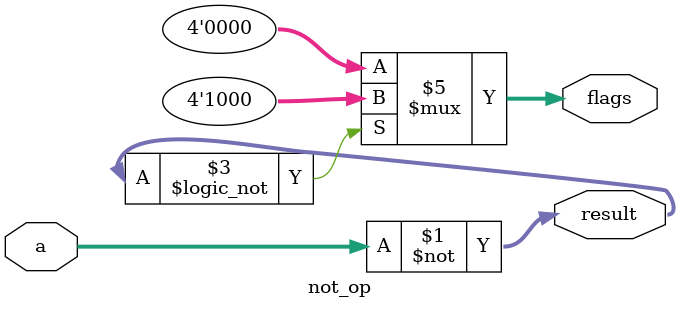
<source format=sv>
module not_op #(parameter N=32)
(
  input logic [N-1:0] a,
  output logic [N-1:0] result,
  output logic [3:0] flags
);

  assign result = ~(a);
  
  //definimos el orden de los flags como (Z)(N)(C)(V)
  
  always @(result)
    begin
      if(result == 32'd0)
	     flags=4'b1000;
		else
			flags=4'b0000;	
    end
endmodule 
</source>
